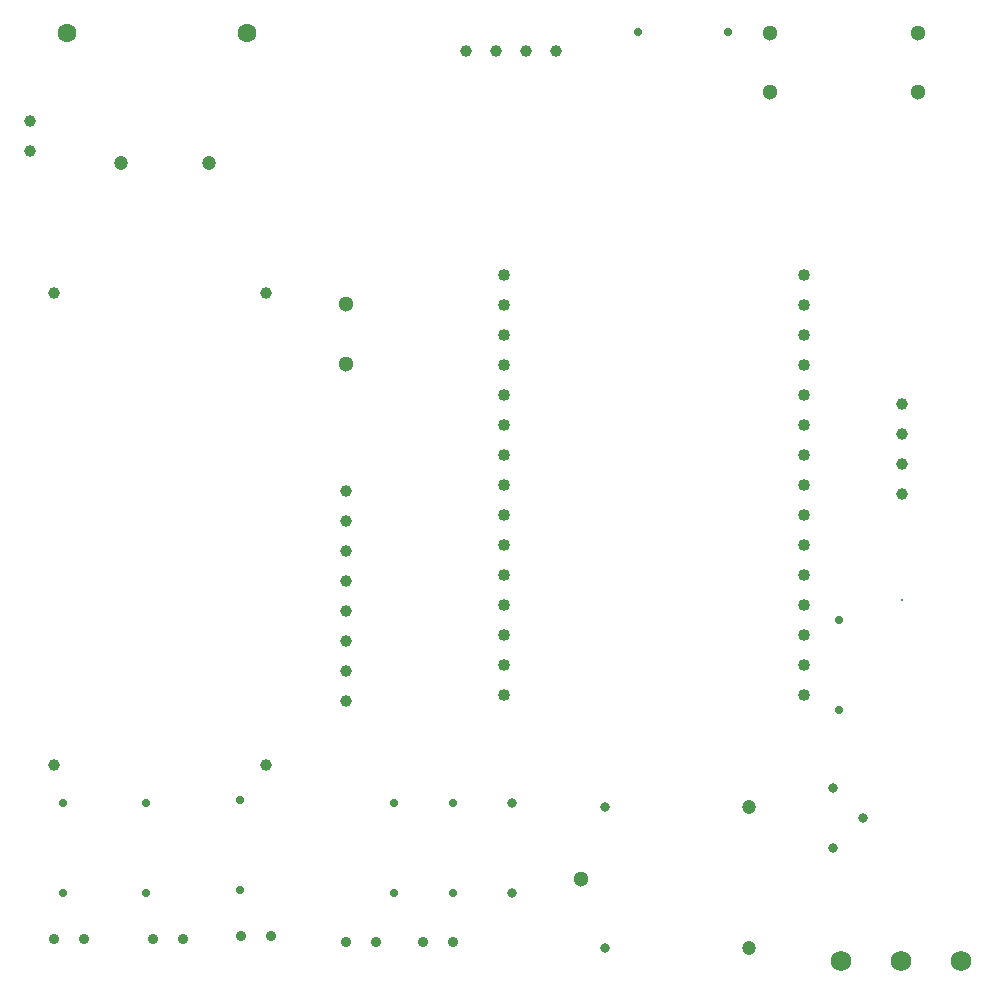
<source format=gbr>
%TF.GenerationSoftware,KiCad,Pcbnew,9.0.4*%
%TF.CreationDate,2025-11-05T17:19:53+05:30*%
%TF.ProjectId,BikeSSv3,42696b65-5353-4763-932e-6b696361645f,rev?*%
%TF.SameCoordinates,Original*%
%TF.FileFunction,Plated,1,2,PTH,Drill*%
%TF.FilePolarity,Positive*%
%FSLAX46Y46*%
G04 Gerber Fmt 4.6, Leading zero omitted, Abs format (unit mm)*
G04 Created by KiCad (PCBNEW 9.0.4) date 2025-11-05 17:19:53*
%MOMM*%
%LPD*%
G01*
G04 APERTURE LIST*
%TA.AperFunction,ViaDrill*%
%ADD10C,0.300000*%
%TD*%
%TA.AperFunction,ComponentDrill*%
%ADD11C,0.700000*%
%TD*%
%TA.AperFunction,ComponentDrill*%
%ADD12C,0.800000*%
%TD*%
%TA.AperFunction,ComponentDrill*%
%ADD13C,0.900000*%
%TD*%
%TA.AperFunction,ComponentDrill*%
%ADD14C,1.000000*%
%TD*%
%TA.AperFunction,ComponentDrill*%
%ADD15C,1.020000*%
%TD*%
%TA.AperFunction,ComponentDrill*%
%ADD16C,1.200000*%
%TD*%
%TA.AperFunction,ComponentDrill*%
%ADD17C,1.300000*%
%TD*%
%TA.AperFunction,ComponentDrill*%
%ADD18C,1.600000*%
%TD*%
%TA.AperFunction,ComponentDrill*%
%ADD19C,1.750000*%
%TD*%
G04 APERTURE END LIST*
D10*
X266880000Y-126000000D03*
D11*
%TO.C,R103*%
X195880000Y-143190000D03*
X195880000Y-150810000D03*
%TO.C,R101*%
X202880000Y-143190000D03*
X202880000Y-150810000D03*
%TO.C,R102*%
X210880000Y-142990000D03*
X210880000Y-150610000D03*
%TO.C,R106*%
X223880000Y-143190000D03*
X223880000Y-150810000D03*
%TO.C,R105*%
X228880000Y-143190000D03*
X228880000Y-150810000D03*
%TO.C,R104*%
X244590000Y-77925000D03*
X252210000Y-77925000D03*
%TO.C,R107*%
X261600000Y-127715000D03*
X261600000Y-135335000D03*
D12*
%TO.C,D105*%
X233880000Y-143190000D03*
X233880000Y-150810000D03*
%TO.C,K101*%
X241780000Y-143525000D03*
X241780000Y-155525000D03*
%TO.C,Q101*%
X261060000Y-141985000D03*
X261060000Y-147065000D03*
X263600000Y-144525000D03*
D13*
%TO.C,D104*%
X195130000Y-154725000D03*
X197670000Y-154725000D03*
%TO.C,D102*%
X203530000Y-154725000D03*
X206070000Y-154725000D03*
%TO.C,D103*%
X210930000Y-154525000D03*
X213470000Y-154525000D03*
%TO.C,D107*%
X219880000Y-155000000D03*
X222420000Y-155000000D03*
%TO.C,D106*%
X226340000Y-155000000D03*
X228880000Y-155000000D03*
D14*
%TO.C,J101*%
X193053674Y-85500000D03*
X193053674Y-88000000D03*
%TO.C,J106*%
X195100000Y-100025000D03*
%TO.C,J108*%
X195100000Y-140025000D03*
%TO.C,J102*%
X213100000Y-100025000D03*
%TO.C,J103*%
X213100000Y-140025000D03*
%TO.C,J104*%
X219880000Y-116840000D03*
X219880000Y-119380000D03*
X219880000Y-121920000D03*
X219880000Y-124460000D03*
X219880000Y-127000000D03*
X219880000Y-129540000D03*
X219880000Y-132080000D03*
X219880000Y-134620000D03*
%TO.C,J107*%
X229980000Y-79525000D03*
X232520000Y-79525000D03*
X235060000Y-79525000D03*
X237600000Y-79525000D03*
%TO.C,J105*%
X266880000Y-109460000D03*
X266880000Y-112000000D03*
X266880000Y-114540000D03*
X266880000Y-117080000D03*
D15*
%TO.C,U101*%
X233180000Y-98485000D03*
X233180000Y-101025000D03*
X233180000Y-103565000D03*
X233180000Y-106105000D03*
X233180000Y-108645000D03*
X233180000Y-111185000D03*
X233180000Y-113725000D03*
X233180000Y-116265000D03*
X233180000Y-118805000D03*
X233180000Y-121345000D03*
X233180000Y-123885000D03*
X233180000Y-126425000D03*
X233180000Y-128965000D03*
X233180000Y-131505000D03*
X233180000Y-134045000D03*
X258580000Y-98485000D03*
X258580000Y-101025000D03*
X258580000Y-103565000D03*
X258580000Y-106105000D03*
X258580000Y-108645000D03*
X258580000Y-111185000D03*
X258580000Y-113725000D03*
X258580000Y-116265000D03*
X258580000Y-118805000D03*
X258580000Y-121345000D03*
X258580000Y-123885000D03*
X258580000Y-126425000D03*
X258580000Y-128965000D03*
X258580000Y-131505000D03*
X258580000Y-134045000D03*
D16*
%TO.C,C101*%
X200752651Y-89000000D03*
X208252651Y-89000000D03*
%TO.C,K101*%
X253980000Y-143525000D03*
X253980000Y-155525000D03*
D17*
%TO.C,TP101*%
X219880000Y-100985000D03*
X219880000Y-106065000D03*
%TO.C,K101*%
X239780000Y-149645000D03*
%TO.C,SW102*%
X255750000Y-78025000D03*
X255750000Y-83025000D03*
X268250000Y-78025000D03*
X268250000Y-83025000D03*
D18*
%TO.C,D101*%
X196260000Y-78000000D03*
X211500000Y-78000000D03*
D19*
%TO.C,J112*%
X261720000Y-156600000D03*
X266800000Y-156600000D03*
X271880000Y-156600000D03*
M02*

</source>
